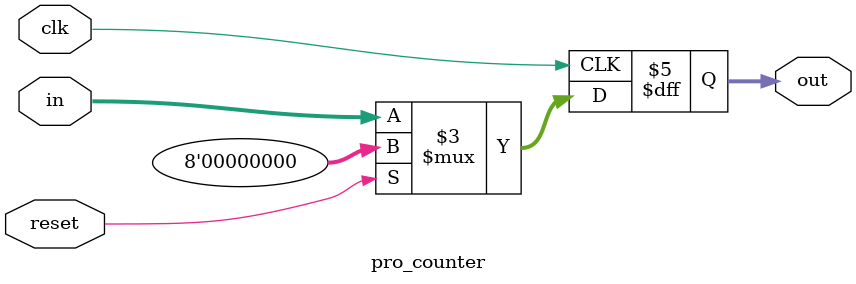
<source format=v>
module pro_counter(in,clk, reset, out);
input[7:0] in;
input clk;
input reset;
output reg [7:0] out;

always @(posedge clk )
begin
	if(reset) out<= 8'b00000000;
	else out<=in;

end
	
endmodule
</source>
